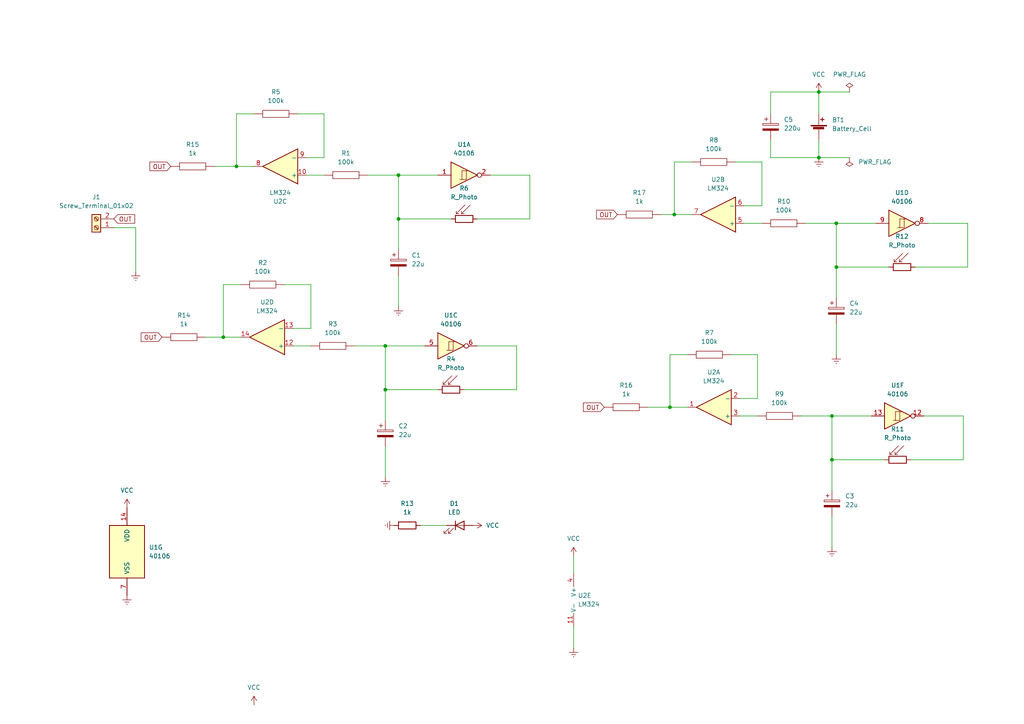
<source format=kicad_sch>
(kicad_sch (version 20211123) (generator eeschema)
  (paper "A4")
  (lib_symbols
    (symbol "4xxx:40106" (pin_names (offset 1.016))
      (property "Reference" "U" (at 0 1.27 0))
      (property "Value" "40106" (at 0 -1.27 0))
      (symbol "40106_1_0"
        (polyline (pts (xy -0.635 -1.27) (xy -0.635 1.27) (xy 0.635 1.27)))
        (polyline (pts (xy -3.81 3.81) (xy -3.81 -3.81) (xy 3.81 0) (xy -3.81 3.81)) (stroke (width 0.254)) (fill (type background)))
        (polyline (pts (xy -1.27 -1.27) (xy 0.635 -1.27) (xy 0.635 1.27) (xy 1.27 1.27)))
        (pin input line (at -7.62 0 0) (length 3.81) (name "~") (number "1"))
        (pin output inverted (at 7.62 0 180) (length 3.81) (name "~") (number "2"))
      )
      (symbol "40106_2_0"
        (polyline (pts (xy -0.635 -1.27) (xy -0.635 1.27) (xy 0.635 1.27)))
        (polyline (pts (xy -3.81 3.81) (xy -3.81 -3.81) (xy 3.81 0) (xy -3.81 3.81)) (stroke (width 0.254)) (fill (type background)))
        (polyline (pts (xy -1.27 -1.27) (xy 0.635 -1.27) (xy 0.635 1.27) (xy 1.27 1.27)))
        (pin input line (at -7.62 0 0) (length 3.81) (name "~") (number "3"))
        (pin output inverted (at 7.62 0 180) (length 3.81) (name "~") (number "4"))
      )
      (symbol "40106_3_0"
        (polyline (pts (xy -0.635 -1.27) (xy -0.635 1.27) (xy 0.635 1.27)))
        (polyline (pts (xy -3.81 3.81) (xy -3.81 -3.81) (xy 3.81 0) (xy -3.81 3.81)) (stroke (width 0.254)) (fill (type background)))
        (polyline (pts (xy -1.27 -1.27) (xy 0.635 -1.27) (xy 0.635 1.27) (xy 1.27 1.27)))
        (pin input line (at -7.62 0 0) (length 3.81) (name "~") (number "5"))
        (pin output inverted (at 7.62 0 180) (length 3.81) (name "~") (number "6"))
      )
      (symbol "40106_4_0"
        (polyline (pts (xy -0.635 -1.27) (xy -0.635 1.27) (xy 0.635 1.27)))
        (polyline (pts (xy -3.81 3.81) (xy -3.81 -3.81) (xy 3.81 0) (xy -3.81 3.81)) (stroke (width 0.254)) (fill (type background)))
        (polyline (pts (xy -1.27 -1.27) (xy 0.635 -1.27) (xy 0.635 1.27) (xy 1.27 1.27)))
        (pin output inverted (at 7.62 0 180) (length 3.81) (name "~") (number "8"))
        (pin input line (at -7.62 0 0) (length 3.81) (name "~") (number "9"))
      )
      (symbol "40106_5_0"
        (polyline (pts (xy -0.635 -1.27) (xy -0.635 1.27) (xy 0.635 1.27)))
        (polyline (pts (xy -3.81 3.81) (xy -3.81 -3.81) (xy 3.81 0) (xy -3.81 3.81)) (stroke (width 0.254)) (fill (type background)))
        (polyline (pts (xy -1.27 -1.27) (xy 0.635 -1.27) (xy 0.635 1.27) (xy 1.27 1.27)))
        (pin output inverted (at 7.62 0 180) (length 3.81) (name "~") (number "10"))
        (pin input line (at -7.62 0 0) (length 3.81) (name "~") (number "11"))
      )
      (symbol "40106_6_0"
        (polyline (pts (xy -0.635 -1.27) (xy -0.635 1.27) (xy 0.635 1.27)))
        (polyline (pts (xy -3.81 3.81) (xy -3.81 -3.81) (xy 3.81 0) (xy -3.81 3.81)) (stroke (width 0.254)) (fill (type background)))
        (polyline (pts (xy -1.27 -1.27) (xy 0.635 -1.27) (xy 0.635 1.27) (xy 1.27 1.27)))
        (pin output inverted (at 7.62 0 180) (length 3.81) (name "~") (number "12"))
        (pin input line (at -7.62 0 0) (length 3.81) (name "~") (number "13"))
      )
      (symbol "40106_7_0"
        (pin power_in line (at 0 12.7 270) (length 5.08) (name "VDD") (number "14"))
        (pin power_in line (at 0 -12.7 90) (length 5.08) (name "VSS") (number "7"))
      )
      (symbol "40106_7_1"
        (rectangle (start -5.08 7.62) (end 5.08 -7.62) (stroke (width 0.254)) (fill (type background)))
      )
    )
    (symbol "Amplifier_Operational:LM324" (pin_names (offset 0.127))
      (property "Reference" "U" (at 0 5.08 0))
      (property "Value" "LM324" (at 0 -5.08 0))
      (symbol "LM324_1_1"
        (polyline (pts (xy -5.08 5.08) (xy 5.08 0) (xy -5.08 -5.08) (xy -5.08 5.08)) (stroke (width 0.254)) (fill (type background)))
        (pin output line (at 7.62 0 180) (length 2.54) (name "~") (number "1"))
        (pin input line (at -7.62 -2.54 0) (length 2.54) (name "-") (number "2"))
        (pin input line (at -7.62 2.54 0) (length 2.54) (name "+") (number "3"))
      )
      (symbol "LM324_2_1"
        (polyline (pts (xy -5.08 5.08) (xy 5.08 0) (xy -5.08 -5.08) (xy -5.08 5.08)) (stroke (width 0.254)) (fill (type background)))
        (pin input line (at -7.62 2.54 0) (length 2.54) (name "+") (number "5"))
        (pin input line (at -7.62 -2.54 0) (length 2.54) (name "-") (number "6"))
        (pin output line (at 7.62 0 180) (length 2.54) (name "~") (number "7"))
      )
      (symbol "LM324_3_1"
        (polyline (pts (xy -5.08 5.08) (xy 5.08 0) (xy -5.08 -5.08) (xy -5.08 5.08)) (stroke (width 0.254)) (fill (type background)))
        (pin input line (at -7.62 2.54 0) (length 2.54) (name "+") (number "10"))
        (pin output line (at 7.62 0 180) (length 2.54) (name "~") (number "8"))
        (pin input line (at -7.62 -2.54 0) (length 2.54) (name "-") (number "9"))
      )
      (symbol "LM324_4_1"
        (polyline (pts (xy -5.08 5.08) (xy 5.08 0) (xy -5.08 -5.08) (xy -5.08 5.08)) (stroke (width 0.254)) (fill (type background)))
        (pin input line (at -7.62 2.54 0) (length 2.54) (name "+") (number "12"))
        (pin input line (at -7.62 -2.54 0) (length 2.54) (name "-") (number "13"))
        (pin output line (at 7.62 0 180) (length 2.54) (name "~") (number "14"))
      )
      (symbol "LM324_5_1"
        (pin power_in line (at -2.54 -7.62 90) (length 3.81) (name "V-") (number "11"))
        (pin power_in line (at -2.54 7.62 270) (length 3.81) (name "V+") (number "4"))
      )
    )
    (symbol "Connector:Screw_Terminal_01x02" (pin_names (offset 1.016) hide)
      (property "Reference" "J" (at 0 2.54 0))
      (property "Value" "Screw_Terminal_01x02" (at 0 -5.08 0))
      (symbol "Screw_Terminal_01x02_1_1"
        (rectangle (start -1.27 1.27) (end 1.27 -3.81) (stroke (width 0.254)) (fill (type background)))
        (circle (center 0 -2.54) (radius 0.635) (stroke (width 0.1524)))
        (polyline (pts (xy -0.5334 -2.2098) (xy 0.3302 -3.048)) (stroke (width 0.1524)))
        (polyline (pts (xy -0.5334 0.3302) (xy 0.3302 -0.508)) (stroke (width 0.1524)))
        (polyline (pts (xy -0.3556 -2.032) (xy 0.508 -2.8702)) (stroke (width 0.1524)))
        (polyline (pts (xy -0.3556 0.508) (xy 0.508 -0.3302)) (stroke (width 0.1524)))
        (circle (center 0 0) (radius 0.635) (stroke (width 0.1524)))
        (pin passive line (at -5.08 0 0) (length 3.81) (name "Pin_1") (number "1"))
        (pin passive line (at -5.08 -2.54 0) (length 3.81) (name "Pin_2") (number "2"))
      )
    )
    (symbol "Device:Battery_Cell" (pin_numbers hide) (pin_names (offset 0) hide)
      (property "Reference" "BT" (at 2.54 2.54 0))
      (property "Value" "Battery_Cell" (at 2.54 0 0))
      (symbol "Battery_Cell_0_1"
        (rectangle (start -2.286 1.778) (end 2.286 1.524) (fill (type outline)))
        (rectangle (start -1.5748 1.1938) (end 1.4732 0.6858) (fill (type outline)))
        (polyline (pts (xy 0 0.762) (xy 0 0)))
        (polyline (pts (xy 0 1.778) (xy 0 2.54)))
        (polyline (pts (xy 0.508 3.429) (xy 1.524 3.429)) (stroke (width 0.254)))
        (polyline (pts (xy 1.016 3.937) (xy 1.016 2.921)) (stroke (width 0.254)))
      )
      (symbol "Battery_Cell_1_1"
        (pin passive line (at 0 5.08 270) (length 2.54) (name "+") (number "1"))
        (pin passive line (at 0 -2.54 90) (length 2.54) (name "-") (number "2"))
      )
    )
    (symbol "Device:C_Polarized" (pin_numbers hide) (pin_names (offset 0.254))
      (property "Reference" "C" (at 0.635 2.54 0))
      (property "Value" "C_Polarized" (at 0.635 -2.54 0))
      (symbol "C_Polarized_0_1"
        (rectangle (start -2.286 0.508) (end 2.286 1.016))
        (polyline (pts (xy -1.778 2.286) (xy -0.762 2.286)))
        (polyline (pts (xy -1.27 2.794) (xy -1.27 1.778)))
        (rectangle (start 2.286 -0.508) (end -2.286 -1.016) (fill (type outline)))
      )
      (symbol "C_Polarized_1_1"
        (pin passive line (at 0 3.81 270) (length 2.794) (name "~") (number "1"))
        (pin passive line (at 0 -3.81 90) (length 2.794) (name "~") (number "2"))
      )
    )
    (symbol "Device:LED" (pin_numbers hide) (pin_names (offset 1.016) hide)
      (property "Reference" "D" (at 0 2.54 0))
      (property "Value" "LED" (at 0 -2.54 0))
      (symbol "LED_0_1"
        (polyline (pts (xy -1.27 -1.27) (xy -1.27 1.27)) (stroke (width 0.254)))
        (polyline (pts (xy -1.27 0) (xy 1.27 0)))
        (polyline (pts (xy 1.27 -1.27) (xy 1.27 1.27) (xy -1.27 0) (xy 1.27 -1.27)) (stroke (width 0.254)))
        (polyline (pts (xy -3.048 -0.762) (xy -4.572 -2.286) (xy -3.81 -2.286) (xy -4.572 -2.286) (xy -4.572 -1.524)))
        (polyline (pts (xy -1.778 -0.762) (xy -3.302 -2.286) (xy -2.54 -2.286) (xy -3.302 -2.286) (xy -3.302 -1.524)))
      )
      (symbol "LED_1_1"
        (pin passive line (at -3.81 0 0) (length 2.54) (name "K") (number "1"))
        (pin passive line (at 3.81 0 180) (length 2.54) (name "A") (number "2"))
      )
    )
    (symbol "Device:R" (pin_numbers hide) (pin_names (offset 0))
      (property "Reference" "R" (at 2.032 0 90))
      (property "Value" "R" (at 0 0 90))
      (symbol "R_0_1"
        (rectangle (start -1.016 -2.54) (end 1.016 2.54) (stroke (width 0.254)))
      )
      (symbol "R_1_1"
        (pin passive line (at 0 3.81 270) (length 1.27) (name "~") (number "1"))
        (pin passive line (at 0 -3.81 90) (length 1.27) (name "~") (number "2"))
      )
    )
    (symbol "Device:R_Photo" (pin_numbers hide) (pin_names (offset 0))
      (property "Reference" "R" (at 1.27 1.27 0))
      (property "Value" "R_Photo" (at 1.27 0 0))
      (symbol "R_Photo_0_1"
        (rectangle (start -1.016 2.54) (end 1.016 -2.54) (stroke (width 0.254)))
        (polyline (pts (xy -1.524 -2.286) (xy -4.064 0.254)))
        (polyline (pts (xy -1.524 -2.286) (xy -2.286 -2.286)))
        (polyline (pts (xy -1.524 -2.286) (xy -1.524 -1.524)))
        (polyline (pts (xy -1.524 -0.762) (xy -4.064 1.778)))
        (polyline (pts (xy -1.524 -0.762) (xy -2.286 -0.762)))
        (polyline (pts (xy -1.524 -0.762) (xy -1.524 0)))
      )
      (symbol "R_Photo_1_1"
        (pin passive line (at 0 3.81 270) (length 1.27) (name "~") (number "1"))
        (pin passive line (at 0 -3.81 90) (length 1.27) (name "~") (number "2"))
      )
    )
    (symbol "power:Earth" (power) (pin_names (offset 0))
      (symbol "Earth_0_1"
        (polyline (pts (xy -0.635 -1.905) (xy 0.635 -1.905)))
        (polyline (pts (xy -0.127 -2.54) (xy 0.127 -2.54)))
        (polyline (pts (xy 0 -1.27) (xy 0 0)))
        (polyline (pts (xy 1.27 -1.27) (xy -1.27 -1.27)))
      )
      (symbol "Earth_1_1"
        (pin power_in line (at 0 0 270) (length 0) hide (name "Earth") (number "1"))
      )
    )
    (symbol "power:PWR_FLAG" (power) (pin_numbers hide) (pin_names (offset 0) hide)
      (property "Value" "PWR_FLAG" (at 0 3.81 0))
      (symbol "PWR_FLAG_0_0"
        (pin power_out line (at 0 0 90) (length 0) (name "pwr") (number "1"))
      )
      (symbol "PWR_FLAG_0_1"
        (polyline (pts (xy 0 0) (xy 0 1.27) (xy -1.016 1.905) (xy 0 2.54) (xy 1.016 1.905) (xy 0 1.27)))
      )
    )
    (symbol "power:VCC" (power) (pin_names (offset 0))
      (property "Value" "VCC" (at 0 3.81 0))
      (symbol "VCC_0_1"
        (polyline (pts (xy -0.762 1.27) (xy 0 2.54)))
        (polyline (pts (xy 0 0) (xy 0 2.54)))
        (polyline (pts (xy 0 2.54) (xy 0.762 1.27)))
      )
      (symbol "VCC_1_1"
        (pin power_in line (at 0 0 90) (length 0) hide (name "VCC") (number "1"))
      )
    )
    (symbol "pspice:R" (pin_numbers hide) (pin_names (offset 0))
      (property "Reference" "R" (at 2.032 0 90))
      (property "Value" "R" (at 0 0 90))
      (symbol "R_0_1"
        (rectangle (start -1.016 3.81) (end 1.016 -3.81))
      )
      (symbol "R_1_1"
        (pin passive line (at 0 6.35 270) (length 2.54) (name "~") (number "1"))
        (pin passive line (at 0 -6.35 90) (length 2.54) (name "~") (number "2"))
      )
    )
  )
  (junction (at 237.49 26.67))
  (junction (at 241.3 133.35))
  (junction (at 242.57 77.47))
  (junction (at 64.77 97.79))
  (junction (at 111.76 100.33))
  (junction (at 115.57 63.5))
  (junction (at 195.58 62.23))
  (junction (at 68.58 48.26))
  (junction (at 237.49 45.72))
  (junction (at 241.3 120.65))
  (junction (at 194.31 118.11))
  (junction (at 111.76 113.03))
  (junction (at 242.57 64.77))
  (junction (at 115.57 50.8))
  (wire (pts (xy 68.58 33.02) (xy 73.66 33.02)))
  (wire (pts (xy 187.96 118.11) (xy 194.31 118.11)))
  (wire (pts (xy 64.77 97.79) (xy 64.77 82.55)))
  (wire (pts (xy 269.24 64.77) (xy 280.67 64.77)))
  (wire (pts (xy 200.66 62.23) (xy 195.58 62.23)))
  (wire (pts (xy 223.52 26.67) (xy 237.49 26.67)))
  (wire (pts (xy 220.98 59.69) (xy 215.9 59.69)))
  (wire (pts (xy 237.49 26.67) (xy 237.49 33.02)))
  (wire (pts (xy 93.98 45.72) (xy 88.9 45.72)))
  (wire (pts (xy 242.57 77.47) (xy 242.57 86.36)))
  (wire (pts (xy 213.36 46.99) (xy 220.98 46.99)))
  (wire (pts (xy 93.98 33.02) (xy 93.98 45.72)))
  (wire (pts (xy 64.77 82.55) (xy 69.85 82.55)))
  (wire (pts (xy 90.17 95.25) (xy 85.09 95.25)))
  (wire (pts (xy 111.76 113.03) (xy 111.76 121.92)))
  (wire (pts (xy 219.71 102.87) (xy 219.71 115.57)))
  (wire (pts (xy 115.57 80.01) (xy 115.57 88.9)))
  (wire (pts (xy 212.09 102.87) (xy 219.71 102.87)))
  (wire (pts (xy 219.71 115.57) (xy 214.63 115.57)))
  (wire (pts (xy 280.67 64.77) (xy 280.67 77.47)))
  (wire (pts (xy 85.09 100.33) (xy 90.17 100.33)))
  (wire (pts (xy 111.76 129.54) (xy 111.76 138.43)))
  (wire (pts (xy 233.68 64.77) (xy 242.57 64.77)))
  (wire (pts (xy 241.3 149.86) (xy 241.3 158.75)))
  (wire (pts (xy 33.02 66.04) (xy 39.37 66.04)))
  (wire (pts (xy 279.4 120.65) (xy 279.4 133.35)))
  (wire (pts (xy 111.76 100.33) (xy 123.19 100.33)))
  (wire (pts (xy 241.3 133.35) (xy 241.3 142.24)))
  (wire (pts (xy 106.68 50.8) (xy 115.57 50.8)))
  (wire (pts (xy 166.37 161.29) (xy 166.37 166.37)))
  (wire (pts (xy 242.57 77.47) (xy 242.57 64.77)))
  (wire (pts (xy 82.55 82.55) (xy 90.17 82.55)))
  (wire (pts (xy 115.57 50.8) (xy 127 50.8)))
  (wire (pts (xy 134.62 113.03) (xy 149.86 113.03)))
  (wire (pts (xy 138.43 63.5) (xy 153.67 63.5)))
  (wire (pts (xy 166.37 181.61) (xy 166.37 187.96)))
  (wire (pts (xy 121.92 152.4) (xy 129.54 152.4)))
  (wire (pts (xy 86.36 33.02) (xy 93.98 33.02)))
  (wire (pts (xy 138.43 100.33) (xy 149.86 100.33)))
  (wire (pts (xy 237.49 45.72) (xy 246.38 45.72)))
  (wire (pts (xy 232.41 120.65) (xy 241.3 120.65)))
  (wire (pts (xy 215.9 64.77) (xy 220.98 64.77)))
  (wire (pts (xy 242.57 93.98) (xy 242.57 102.87)))
  (wire (pts (xy 237.49 40.64) (xy 237.49 45.72)))
  (wire (pts (xy 149.86 100.33) (xy 149.86 113.03)))
  (wire (pts (xy 194.31 102.87) (xy 199.39 102.87)))
  (wire (pts (xy 195.58 46.99) (xy 200.66 46.99)))
  (wire (pts (xy 199.39 118.11) (xy 194.31 118.11)))
  (wire (pts (xy 223.52 40.64) (xy 223.52 45.72)))
  (wire (pts (xy 59.69 97.79) (xy 64.77 97.79)))
  (wire (pts (xy 115.57 63.5) (xy 130.81 63.5)))
  (wire (pts (xy 69.85 97.79) (xy 64.77 97.79)))
  (wire (pts (xy 153.67 50.8) (xy 153.67 63.5)))
  (wire (pts (xy 223.52 45.72) (xy 237.49 45.72)))
  (wire (pts (xy 142.24 50.8) (xy 153.67 50.8)))
  (wire (pts (xy 115.57 63.5) (xy 115.57 72.39)))
  (wire (pts (xy 62.23 48.26) (xy 68.58 48.26)))
  (wire (pts (xy 73.66 48.26) (xy 68.58 48.26)))
  (wire (pts (xy 223.52 33.02) (xy 223.52 26.67)))
  (wire (pts (xy 102.87 100.33) (xy 111.76 100.33)))
  (wire (pts (xy 90.17 82.55) (xy 90.17 95.25)))
  (wire (pts (xy 241.3 133.35) (xy 256.54 133.35)))
  (wire (pts (xy 111.76 113.03) (xy 127 113.03)))
  (wire (pts (xy 194.31 118.11) (xy 194.31 102.87)))
  (wire (pts (xy 220.98 46.99) (xy 220.98 59.69)))
  (wire (pts (xy 115.57 63.5) (xy 115.57 50.8)))
  (wire (pts (xy 214.63 120.65) (xy 219.71 120.65)))
  (wire (pts (xy 242.57 77.47) (xy 257.81 77.47)))
  (wire (pts (xy 241.3 133.35) (xy 241.3 120.65)))
  (wire (pts (xy 195.58 46.99) (xy 195.58 62.23)))
  (wire (pts (xy 265.43 77.47) (xy 280.67 77.47)))
  (wire (pts (xy 68.58 48.26) (xy 68.58 33.02)))
  (wire (pts (xy 237.49 26.67) (xy 246.38 26.67)))
  (wire (pts (xy 39.37 66.04) (xy 39.37 78.74)))
  (wire (pts (xy 191.77 62.23) (xy 195.58 62.23)))
  (wire (pts (xy 111.76 113.03) (xy 111.76 100.33)))
  (wire (pts (xy 264.16 133.35) (xy 279.4 133.35)))
  (wire (pts (xy 242.57 64.77) (xy 254 64.77)))
  (wire (pts (xy 88.9 50.8) (xy 93.98 50.8)))
  (wire (pts (xy 267.97 120.65) (xy 279.4 120.65)))
  (wire (pts (xy 241.3 120.65) (xy 252.73 120.65)))
  (global_label "OUT" (shape input) (at 175.26 118.11 180) (property "Riferimenti inter-foglio" "${INTERSHEET_REFS}" (effects hide)))
  (global_label "OUT" (shape input) (at 179.07 62.23 180) (property "Riferimenti inter-foglio" "${INTERSHEET_REFS}" (effects hide)))
  (global_label "OUT" (shape input) (at 33.02 63.5 0) (property "Riferimenti inter-foglio" "${INTERSHEET_REFS}" (effects hide)))
  (global_label "OUT" (shape input) (at 49.53 48.26 180) (property "Riferimenti inter-foglio" "${INTERSHEET_REFS}" (effects hide)))
  (global_label "OUT" (shape input) (at 46.99 97.79 180) (property "Riferimenti inter-foglio" "${INTERSHEET_REFS}" (effects hide)))
  (symbol (lib_id "power:Earth") (at 115.57 88.9 0) (unit 1)
    (property "Reference" "#PWR0107" (effects hide))
    (property "Value" "Earth" (effects hide))
  )
  (symbol (lib_id "Device:C_Polarized") (at 111.76 125.73 0) (unit 1)
    (property "Reference" "C2" (at 115.57 123.5709 0) (effects (justify left)))
    (property "Value" "22u" (at 115.57 126.1109 0) (effects (justify left)))
    (property "Footprint" "Capacitor_THT:CP_Radial_D5.0mm_P2.50mm" (effects hide))
  )
  (symbol (lib_id "power:VCC") (at 237.49 26.67 0) (unit 1)
    (property "Reference" "#PWR0104" (effects hide))
    (property "Value" "VCC" (at 237.49 21.59 0))
  )
  (symbol (lib_id "Device:Battery_Cell") (at 237.49 38.1 0) (unit 1)
    (property "Reference" "BT1" (at 241.3 34.7979 0) (effects (justify left)))
    (property "Value" "Battery_Cell" (at 241.3 37.3379 0) (effects (justify left)))
    (property "Footprint" "TerminalBlock:TerminalBlock_Altech_AK300-2_P5.00mm" (effects hide))
  )
  (symbol (lib_id "power:VCC") (at 137.16 152.4 270) (unit 1)
    (property "Reference" "#PWR0113" (effects hide))
    (property "Value" "VCC" (at 140.97 152.3999 90) (effects (justify left)))
  )
  (symbol (lib_id "power:Earth") (at 39.37 78.74 0) (unit 1)
    (property "Reference" "#PWR0115" (effects hide))
    (property "Value" "Earth" (effects hide))
  )
  (symbol (lib_id "4xxx:40106") (at 36.83 160.02 0) (unit 7)
    (property "Reference" "U1" (at 43.18 158.7499 0) (effects (justify left)))
    (property "Value" "40106" (at 43.18 161.2899 0) (effects (justify left)))
    (property "Footprint" "Package_DIP:DIP-14_W7.62mm_Socket" (effects hide))
    (property "Datasheet" "https://assets.nexperia.com/documents/data-sheet/HEF40106B.pdf" (effects hide))
  )
  (symbol (lib_id "power:VCC") (at 36.83 147.32 0) (unit 1)
    (property "Reference" "#PWR0111" (effects hide))
    (property "Value" "VCC" (at 36.83 142.24 0))
  )
  (symbol (lib_id "pspice:R") (at 100.33 50.8 90) (unit 1)
    (property "Reference" "R1" (at 100.33 44.45 90))
    (property "Value" "100k" (at 100.33 46.99 90))
    (property "Footprint" "Resistor_THT:R_Axial_DIN0309_L9.0mm_D3.2mm_P2.54mm_Vertical" (effects hide))
  )
  (symbol (lib_id "Device:R_Photo") (at 130.81 113.03 270) (unit 1)
    (property "Reference" "R4" (at 130.81 104.14 90))
    (property "Value" "R_Photo" (at 130.81 106.68 90))
    (property "Footprint" "Resistor_THT:R_Axial_DIN0204_L3.6mm_D1.6mm_P2.54mm_Vertical" (effects hide))
  )
  (symbol (lib_id "power:VCC") (at 73.66 204.47 0) (unit 1)
    (property "Reference" "#PWR0105" (effects hide))
    (property "Value" "VCC" (at 73.66 199.39 0))
  )
  (symbol (lib_id "power:Earth") (at 237.49 45.72 0) (unit 1)
    (property "Reference" "#PWR0103" (effects hide))
    (property "Value" "Earth" (effects hide))
  )
  (symbol (lib_id "4xxx:40106") (at 130.81 100.33 0) (unit 3)
    (property "Reference" "U1" (at 130.81 91.44 0))
    (property "Value" "40106" (at 130.81 93.98 0))
    (property "Footprint" "Package_DIP:DIP-14_W7.62mm_Socket" (effects hide))
    (property "Datasheet" "https://assets.nexperia.com/documents/data-sheet/HEF40106B.pdf" (effects hide))
  )
  (symbol (lib_id "4xxx:40106") (at 134.62 50.8 0) (unit 1)
    (property "Reference" "U1" (at 134.62 41.91 0))
    (property "Value" "40106" (at 134.62 44.45 0))
    (property "Footprint" "Package_DIP:DIP-14_W7.62mm_Socket" (effects hide))
    (property "Datasheet" "https://assets.nexperia.com/documents/data-sheet/HEF40106B.pdf" (effects hide))
  )
  (symbol (lib_id "pspice:R") (at 76.2 82.55 90) (unit 1)
    (property "Reference" "R2" (at 76.2 76.2 90))
    (property "Value" "100k" (at 76.2 78.74 90))
    (property "Footprint" "Resistor_THT:R_Axial_DIN0309_L9.0mm_D3.2mm_P2.54mm_Vertical" (effects hide))
  )
  (symbol (lib_id "Device:C_Polarized") (at 242.57 90.17 0) (unit 1)
    (property "Reference" "C4" (at 246.38 88.0109 0) (effects (justify left)))
    (property "Value" "22u" (at 246.38 90.5509 0) (effects (justify left)))
    (property "Footprint" "Capacitor_THT:CP_Radial_D5.0mm_P2.50mm" (effects hide))
  )
  (symbol (lib_id "Connector:Screw_Terminal_01x02") (at 27.94 66.04 180) (unit 1)
    (property "Reference" "J1" (at 27.94 57.15 0))
    (property "Value" "Screw_Terminal_01x02" (at 27.94 59.69 0))
    (property "Footprint" "TerminalBlock:TerminalBlock_Altech_AK300-2_P5.00mm" (effects hide))
  )
  (symbol (lib_id "Amplifier_Operational:LM324") (at 81.28 48.26 180) (unit 3)
    (property "Reference" "U2" (at 81.28 58.42 0))
    (property "Value" "LM324" (at 81.28 55.88 0))
    (property "Footprint" "Package_DIP:DIP-14_W7.62mm_Socket" (effects hide))
    (property "Datasheet" "http://www.ti.com/lit/ds/symlink/lm2902-n.pdf" (effects hide))
  )
  (symbol (lib_id "pspice:R") (at 96.52 100.33 90) (unit 1)
    (property "Reference" "R3" (at 96.52 93.98 90))
    (property "Value" "100k" (at 96.52 96.52 90))
    (property "Footprint" "Resistor_THT:R_Axial_DIN0309_L9.0mm_D3.2mm_P2.54mm_Vertical" (effects hide))
  )
  (symbol (lib_id "Amplifier_Operational:LM324") (at 168.91 173.99 0) (unit 5)
    (property "Reference" "U2" (at 167.64 172.7199 0) (effects (justify left)))
    (property "Value" "LM324" (at 167.64 175.2599 0) (effects (justify left)))
    (property "Footprint" "Package_DIP:DIP-14_W7.62mm_Socket" (effects hide))
    (property "Datasheet" "http://www.ti.com/lit/ds/symlink/lm2902-n.pdf" (effects hide))
  )
  (symbol (lib_id "pspice:R") (at 55.88 48.26 90) (unit 1)
    (property "Reference" "R15" (at 55.88 41.91 90))
    (property "Value" "1k" (at 55.88 44.45 90))
    (property "Footprint" "Resistor_THT:R_Axial_DIN0309_L9.0mm_D3.2mm_P2.54mm_Vertical" (effects hide))
  )
  (symbol (lib_id "4xxx:40106") (at 261.62 64.77 0) (unit 4)
    (property "Reference" "U1" (at 261.62 55.88 0))
    (property "Value" "40106" (at 261.62 58.42 0))
    (property "Footprint" "Package_DIP:DIP-14_W7.62mm_Socket" (effects hide))
    (property "Datasheet" "https://assets.nexperia.com/documents/data-sheet/HEF40106B.pdf" (effects hide))
  )
  (symbol (lib_id "Device:R_Photo") (at 261.62 77.47 270) (unit 1)
    (property "Reference" "R12" (at 261.62 68.58 90))
    (property "Value" "R_Photo" (at 261.62 71.12 90))
    (property "Footprint" "Resistor_THT:R_Axial_DIN0204_L3.6mm_D1.6mm_P2.54mm_Vertical" (effects hide))
  )
  (symbol (lib_id "Amplifier_Operational:LM324") (at 77.47 97.79 180) (unit 4)
    (property "Reference" "U2" (at 77.47 87.63 0))
    (property "Value" "LM324" (at 77.47 90.17 0))
    (property "Footprint" "Package_DIP:DIP-14_W7.62mm_Socket" (effects hide))
    (property "Datasheet" "http://www.ti.com/lit/ds/symlink/lm2902-n.pdf" (effects hide))
  )
  (symbol (lib_id "power:Earth") (at 166.37 187.96 0) (unit 1)
    (property "Reference" "#PWR0102" (effects hide))
    (property "Value" "Earth" (effects hide))
  )
  (symbol (lib_id "Amplifier_Operational:LM324") (at 207.01 118.11 180) (unit 1)
    (property "Reference" "U2" (at 207.01 107.95 0))
    (property "Value" "LM324" (at 207.01 110.49 0))
    (property "Footprint" "Package_DIP:DIP-14_W7.62mm_Socket" (effects hide))
    (property "Datasheet" "http://www.ti.com/lit/ds/symlink/lm2902-n.pdf" (effects hide))
  )
  (symbol (lib_id "Amplifier_Operational:LM324") (at 208.28 62.23 180) (unit 2)
    (property "Reference" "U2" (at 208.28 52.07 0))
    (property "Value" "LM324" (at 208.28 54.61 0))
    (property "Footprint" "Package_DIP:DIP-14_W7.62mm_Socket" (effects hide))
    (property "Datasheet" "http://www.ti.com/lit/ds/symlink/lm2902-n.pdf" (effects hide))
  )
  (symbol (lib_id "power:Earth") (at 111.76 138.43 0) (unit 1)
    (property "Reference" "#PWR0108" (effects hide))
    (property "Value" "Earth" (effects hide))
  )
  (symbol (lib_id "4xxx:40106") (at 260.35 120.65 0) (unit 6)
    (property "Reference" "U1" (at 260.35 111.76 0))
    (property "Value" "40106" (at 260.35 114.3 0))
    (property "Footprint" "Package_DIP:DIP-14_W7.62mm_Socket" (effects hide))
    (property "Datasheet" "https://assets.nexperia.com/documents/data-sheet/HEF40106B.pdf" (effects hide))
  )
  (symbol (lib_id "pspice:R") (at 185.42 62.23 90) (unit 1)
    (property "Reference" "R17" (at 185.42 55.88 90))
    (property "Value" "1k" (at 185.42 58.42 90))
    (property "Footprint" "Resistor_THT:R_Axial_DIN0309_L9.0mm_D3.2mm_P2.54mm_Vertical" (effects hide))
  )
  (symbol (lib_id "pspice:R") (at 53.34 97.79 90) (unit 1)
    (property "Reference" "R14" (at 53.34 91.44 90))
    (property "Value" "1k" (at 53.34 93.98 90))
    (property "Footprint" "Resistor_THT:R_Axial_DIN0309_L9.0mm_D3.2mm_P2.54mm_Vertical" (effects hide))
  )
  (symbol (lib_id "Device:C_Polarized") (at 223.52 36.83 0) (unit 1)
    (property "Reference" "C5" (at 227.33 34.6709 0) (effects (justify left)))
    (property "Value" "220u" (at 227.33 37.2109 0) (effects (justify left)))
    (property "Footprint" "Capacitor_THT:CP_Radial_D6.3mm_P2.50mm" (effects hide))
  )
  (symbol (lib_id "power:Earth") (at 114.3 152.4 270) (unit 1)
    (property "Reference" "#PWR0114" (effects hide))
    (property "Value" "Earth" (effects hide))
  )
  (symbol (lib_id "power:Earth") (at 241.3 158.75 0) (unit 1)
    (property "Reference" "#PWR0109" (effects hide))
    (property "Value" "Earth" (effects hide))
  )
  (symbol (lib_id "pspice:R") (at 80.01 33.02 90) (unit 1)
    (property "Reference" "R5" (at 80.01 26.67 90))
    (property "Value" "100k" (at 80.01 29.21 90))
    (property "Footprint" "Resistor_THT:R_Axial_DIN0309_L9.0mm_D3.2mm_P2.54mm_Vertical" (effects hide))
  )
  (symbol (lib_id "power:VCC") (at 166.37 161.29 0) (unit 1)
    (property "Reference" "#PWR0101" (effects hide))
    (property "Value" "VCC" (at 166.37 156.21 0))
  )
  (symbol (lib_id "power:PWR_FLAG") (at 246.38 45.72 180) (unit 1)
    (property "Reference" "#FLG0102" (effects hide))
    (property "Value" "PWR_FLAG" (at 248.92 46.9899 0) (effects (justify right)))
  )
  (symbol (lib_id "Device:R") (at 118.11 152.4 90) (unit 1)
    (property "Reference" "R13" (at 118.11 146.05 90))
    (property "Value" "1k" (at 118.11 148.59 90))
    (property "Footprint" "Resistor_THT:R_Axial_DIN0309_L9.0mm_D3.2mm_P2.54mm_Vertical" (effects hide))
  )
  (symbol (lib_id "pspice:R") (at 227.33 64.77 90) (unit 1)
    (property "Reference" "R10" (at 227.33 58.42 90))
    (property "Value" "100k" (at 227.33 60.96 90))
    (property "Footprint" "Resistor_THT:R_Axial_DIN0309_L9.0mm_D3.2mm_P2.54mm_Vertical" (effects hide))
  )
  (symbol (lib_id "Device:R_Photo") (at 134.62 63.5 270) (unit 1)
    (property "Reference" "R6" (at 134.62 54.61 90))
    (property "Value" "R_Photo" (at 134.62 57.15 90))
    (property "Footprint" "Resistor_THT:R_Axial_DIN0204_L3.6mm_D1.6mm_P2.54mm_Vertical" (effects hide))
  )
  (symbol (lib_id "pspice:R") (at 226.06 120.65 90) (unit 1)
    (property "Reference" "R9" (at 226.06 114.3 90))
    (property "Value" "100k" (at 226.06 116.84 90))
    (property "Footprint" "Resistor_THT:R_Axial_DIN0309_L9.0mm_D3.2mm_P2.54mm_Vertical" (effects hide))
  )
  (symbol (lib_id "pspice:R") (at 207.01 46.99 90) (unit 1)
    (property "Reference" "R8" (at 207.01 40.64 90))
    (property "Value" "100k" (at 207.01 43.18 90))
    (property "Footprint" "Resistor_THT:R_Axial_DIN0309_L9.0mm_D3.2mm_P2.54mm_Vertical" (effects hide))
  )
  (symbol (lib_id "Device:C_Polarized") (at 241.3 146.05 0) (unit 1)
    (property "Reference" "C3" (at 245.11 143.8909 0) (effects (justify left)))
    (property "Value" "22u" (at 245.11 146.4309 0) (effects (justify left)))
    (property "Footprint" "Capacitor_THT:CP_Radial_D5.0mm_P2.50mm" (effects hide))
  )
  (symbol (lib_id "Device:LED") (at 133.35 152.4 0) (unit 1)
    (property "Reference" "D1" (at 131.7625 146.05 0))
    (property "Value" "LED" (at 131.7625 148.59 0))
    (property "Footprint" "LED_THT:LED_D5.0mm_Clear" (effects hide))
  )
  (symbol (lib_id "power:Earth") (at 242.57 102.87 0) (unit 1)
    (property "Reference" "#PWR0110" (effects hide))
    (property "Value" "Earth" (effects hide))
  )
  (symbol (lib_id "Device:R_Photo") (at 260.35 133.35 270) (unit 1)
    (property "Reference" "R11" (at 260.35 124.46 90))
    (property "Value" "R_Photo" (at 260.35 127 90))
    (property "Footprint" "Resistor_THT:R_Axial_DIN0204_L3.6mm_D1.6mm_P2.54mm_Vertical" (effects hide))
  )
  (symbol (lib_id "pspice:R") (at 205.74 102.87 90) (unit 1)
    (property "Reference" "R7" (at 205.74 96.52 90))
    (property "Value" "100k" (at 205.74 99.06 90))
    (property "Footprint" "Resistor_THT:R_Axial_DIN0309_L9.0mm_D3.2mm_P2.54mm_Vertical" (effects hide))
  )
  (symbol (lib_id "Device:C_Polarized") (at 115.57 76.2 0) (unit 1)
    (property "Reference" "C1" (at 119.38 74.0409 0) (effects (justify left)))
    (property "Value" "22u" (at 119.38 76.5809 0) (effects (justify left)))
    (property "Footprint" "Capacitor_THT:CP_Radial_D5.0mm_P2.50mm" (effects hide))
  )
  (symbol (lib_id "power:PWR_FLAG") (at 246.38 26.67 0) (unit 1)
    (property "Reference" "#FLG0101" (effects hide))
    (property "Value" "PWR_FLAG" (at 246.38 21.59 0))
  )
  (symbol (lib_id "pspice:R") (at 181.61 118.11 90) (unit 1)
    (property "Reference" "R16" (at 181.61 111.76 90))
    (property "Value" "1k" (at 181.61 114.3 90))
    (property "Footprint" "Resistor_THT:R_Axial_DIN0309_L9.0mm_D3.2mm_P2.54mm_Vertical" (effects hide))
  )
  (symbol (lib_id "power:Earth") (at 36.83 172.72 0) (unit 1)
    (property "Reference" "#PWR0112" (effects hide))
    (property "Value" "Earth" (effects hide))
  )
  (symbol (lib_id "power:Earth") (at 73.66 229.87 0) (unit 1)
    (property "Reference" "#PWR0106" (effects hide))
    (property "Value" "Earth" (effects hide))
  )
)
</source>
